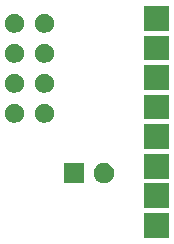
<source format=gts>
G04 #@! TF.GenerationSoftware,KiCad,Pcbnew,(5.1.2)-2*
G04 #@! TF.CreationDate,2019-10-27T10:23:34-10:00*
G04 #@! TF.ProjectId,nrf24,6e726632-342e-46b6-9963-61645f706362,rev?*
G04 #@! TF.SameCoordinates,Original*
G04 #@! TF.FileFunction,Soldermask,Top*
G04 #@! TF.FilePolarity,Negative*
%FSLAX45Y45*%
G04 Gerber Fmt 4.5, Leading zero omitted, Abs format (unit mm)*
G04 Created by KiCad (PCBNEW (5.1.2)-2) date 2019-10-27 10:23:34*
%MOMM*%
%LPD*%
G04 APERTURE LIST*
%ADD10C,0.100000*%
G04 APERTURE END LIST*
D10*
G36*
X13249600Y-8165600D02*
G01*
X13039400Y-8165600D01*
X13039400Y-7955400D01*
X13249600Y-7955400D01*
X13249600Y-8165600D01*
X13249600Y-8165600D01*
G37*
G36*
X13249600Y-7915600D02*
G01*
X13039400Y-7915600D01*
X13039400Y-7705400D01*
X13249600Y-7705400D01*
X13249600Y-7915600D01*
X13249600Y-7915600D01*
G37*
G36*
X12720823Y-7538170D02*
G01*
X12736310Y-7544585D01*
X12750248Y-7553898D01*
X12762101Y-7565752D01*
X12771415Y-7579690D01*
X12777830Y-7595177D01*
X12781100Y-7611618D01*
X12781100Y-7628382D01*
X12777830Y-7644823D01*
X12771415Y-7660310D01*
X12762101Y-7674248D01*
X12750248Y-7686101D01*
X12736310Y-7695415D01*
X12720823Y-7701830D01*
X12704382Y-7705100D01*
X12687618Y-7705100D01*
X12671177Y-7701830D01*
X12655690Y-7695415D01*
X12641752Y-7686101D01*
X12629898Y-7674248D01*
X12620585Y-7660310D01*
X12614170Y-7644823D01*
X12610900Y-7628382D01*
X12610900Y-7611618D01*
X12614170Y-7595177D01*
X12620585Y-7579690D01*
X12629898Y-7565752D01*
X12641752Y-7553898D01*
X12655690Y-7544585D01*
X12671177Y-7538170D01*
X12687618Y-7534900D01*
X12704382Y-7534900D01*
X12720823Y-7538170D01*
X12720823Y-7538170D01*
G37*
G36*
X12531100Y-7705100D02*
G01*
X12360900Y-7705100D01*
X12360900Y-7534900D01*
X12531100Y-7534900D01*
X12531100Y-7705100D01*
X12531100Y-7705100D01*
G37*
G36*
X13249600Y-7665600D02*
G01*
X13039400Y-7665600D01*
X13039400Y-7455400D01*
X13249600Y-7455400D01*
X13249600Y-7665600D01*
X13249600Y-7665600D01*
G37*
G36*
X13249600Y-7415600D02*
G01*
X13039400Y-7415600D01*
X13039400Y-7205400D01*
X13249600Y-7205400D01*
X13249600Y-7415600D01*
X13249600Y-7415600D01*
G37*
G36*
X12215714Y-7033824D02*
G01*
X12230510Y-7039953D01*
X12243825Y-7048850D01*
X12255150Y-7060174D01*
X12264047Y-7073490D01*
X12270176Y-7088286D01*
X12273300Y-7103992D01*
X12273300Y-7120007D01*
X12270176Y-7135714D01*
X12264047Y-7150510D01*
X12255150Y-7163825D01*
X12243825Y-7175150D01*
X12230510Y-7184047D01*
X12215714Y-7190176D01*
X12200007Y-7193300D01*
X12183992Y-7193300D01*
X12168286Y-7190176D01*
X12153490Y-7184047D01*
X12140174Y-7175150D01*
X12128850Y-7163825D01*
X12119953Y-7150510D01*
X12113824Y-7135714D01*
X12110700Y-7120007D01*
X12110700Y-7103992D01*
X12113824Y-7088286D01*
X12119953Y-7073490D01*
X12128850Y-7060174D01*
X12140174Y-7048850D01*
X12153490Y-7039953D01*
X12168286Y-7033824D01*
X12183992Y-7030700D01*
X12200007Y-7030700D01*
X12215714Y-7033824D01*
X12215714Y-7033824D01*
G37*
G36*
X11961714Y-7033824D02*
G01*
X11976510Y-7039953D01*
X11989825Y-7048850D01*
X12001150Y-7060174D01*
X12010047Y-7073490D01*
X12016176Y-7088286D01*
X12019300Y-7103992D01*
X12019300Y-7120007D01*
X12016176Y-7135714D01*
X12010047Y-7150510D01*
X12001150Y-7163825D01*
X11989825Y-7175150D01*
X11976510Y-7184047D01*
X11961714Y-7190176D01*
X11946007Y-7193300D01*
X11929992Y-7193300D01*
X11914286Y-7190176D01*
X11899490Y-7184047D01*
X11886174Y-7175150D01*
X11874850Y-7163825D01*
X11865953Y-7150510D01*
X11859824Y-7135714D01*
X11856700Y-7120007D01*
X11856700Y-7103992D01*
X11859824Y-7088286D01*
X11865953Y-7073490D01*
X11874850Y-7060174D01*
X11886174Y-7048850D01*
X11899490Y-7039953D01*
X11914286Y-7033824D01*
X11929992Y-7030700D01*
X11946007Y-7030700D01*
X11961714Y-7033824D01*
X11961714Y-7033824D01*
G37*
G36*
X13249600Y-7165600D02*
G01*
X13039400Y-7165600D01*
X13039400Y-6955400D01*
X13249600Y-6955400D01*
X13249600Y-7165600D01*
X13249600Y-7165600D01*
G37*
G36*
X11961714Y-6779824D02*
G01*
X11976510Y-6785953D01*
X11989825Y-6794850D01*
X12001150Y-6806174D01*
X12010047Y-6819490D01*
X12016176Y-6834286D01*
X12019300Y-6849992D01*
X12019300Y-6866007D01*
X12016176Y-6881714D01*
X12010047Y-6896510D01*
X12001150Y-6909825D01*
X11989825Y-6921150D01*
X11976510Y-6930047D01*
X11961714Y-6936176D01*
X11946007Y-6939300D01*
X11929992Y-6939300D01*
X11914286Y-6936176D01*
X11899490Y-6930047D01*
X11886174Y-6921150D01*
X11874850Y-6909825D01*
X11865953Y-6896510D01*
X11859824Y-6881714D01*
X11856700Y-6866007D01*
X11856700Y-6849992D01*
X11859824Y-6834286D01*
X11865953Y-6819490D01*
X11874850Y-6806174D01*
X11886174Y-6794850D01*
X11899490Y-6785953D01*
X11914286Y-6779824D01*
X11929992Y-6776700D01*
X11946007Y-6776700D01*
X11961714Y-6779824D01*
X11961714Y-6779824D01*
G37*
G36*
X12215714Y-6779824D02*
G01*
X12230510Y-6785953D01*
X12243825Y-6794850D01*
X12255150Y-6806174D01*
X12264047Y-6819490D01*
X12270176Y-6834286D01*
X12273300Y-6849992D01*
X12273300Y-6866007D01*
X12270176Y-6881714D01*
X12264047Y-6896510D01*
X12255150Y-6909825D01*
X12243825Y-6921150D01*
X12230510Y-6930047D01*
X12215714Y-6936176D01*
X12200007Y-6939300D01*
X12183992Y-6939300D01*
X12168286Y-6936176D01*
X12153490Y-6930047D01*
X12140174Y-6921150D01*
X12128850Y-6909825D01*
X12119953Y-6896510D01*
X12113824Y-6881714D01*
X12110700Y-6866007D01*
X12110700Y-6849992D01*
X12113824Y-6834286D01*
X12119953Y-6819490D01*
X12128850Y-6806174D01*
X12140174Y-6794850D01*
X12153490Y-6785953D01*
X12168286Y-6779824D01*
X12183992Y-6776700D01*
X12200007Y-6776700D01*
X12215714Y-6779824D01*
X12215714Y-6779824D01*
G37*
G36*
X13249600Y-6915600D02*
G01*
X13039400Y-6915600D01*
X13039400Y-6705400D01*
X13249600Y-6705400D01*
X13249600Y-6915600D01*
X13249600Y-6915600D01*
G37*
G36*
X12215714Y-6525824D02*
G01*
X12230510Y-6531953D01*
X12243825Y-6540850D01*
X12255150Y-6552174D01*
X12264047Y-6565490D01*
X12270176Y-6580286D01*
X12273300Y-6595992D01*
X12273300Y-6612007D01*
X12270176Y-6627714D01*
X12264047Y-6642510D01*
X12255150Y-6655825D01*
X12243825Y-6667150D01*
X12230510Y-6676047D01*
X12215714Y-6682176D01*
X12200007Y-6685300D01*
X12183992Y-6685300D01*
X12168286Y-6682176D01*
X12153490Y-6676047D01*
X12140174Y-6667150D01*
X12128850Y-6655825D01*
X12119953Y-6642510D01*
X12113824Y-6627714D01*
X12110700Y-6612007D01*
X12110700Y-6595992D01*
X12113824Y-6580286D01*
X12119953Y-6565490D01*
X12128850Y-6552174D01*
X12140174Y-6540850D01*
X12153490Y-6531953D01*
X12168286Y-6525824D01*
X12183992Y-6522700D01*
X12200007Y-6522700D01*
X12215714Y-6525824D01*
X12215714Y-6525824D01*
G37*
G36*
X11961714Y-6525824D02*
G01*
X11976510Y-6531953D01*
X11989825Y-6540850D01*
X12001150Y-6552174D01*
X12010047Y-6565490D01*
X12016176Y-6580286D01*
X12019300Y-6595992D01*
X12019300Y-6612007D01*
X12016176Y-6627714D01*
X12010047Y-6642510D01*
X12001150Y-6655825D01*
X11989825Y-6667150D01*
X11976510Y-6676047D01*
X11961714Y-6682176D01*
X11946007Y-6685300D01*
X11929992Y-6685300D01*
X11914286Y-6682176D01*
X11899490Y-6676047D01*
X11886174Y-6667150D01*
X11874850Y-6655825D01*
X11865953Y-6642510D01*
X11859824Y-6627714D01*
X11856700Y-6612007D01*
X11856700Y-6595992D01*
X11859824Y-6580286D01*
X11865953Y-6565490D01*
X11874850Y-6552174D01*
X11886174Y-6540850D01*
X11899490Y-6531953D01*
X11914286Y-6525824D01*
X11929992Y-6522700D01*
X11946007Y-6522700D01*
X11961714Y-6525824D01*
X11961714Y-6525824D01*
G37*
G36*
X13249600Y-6665600D02*
G01*
X13039400Y-6665600D01*
X13039400Y-6455400D01*
X13249600Y-6455400D01*
X13249600Y-6665600D01*
X13249600Y-6665600D01*
G37*
G36*
X11961714Y-6271824D02*
G01*
X11976510Y-6277953D01*
X11989825Y-6286850D01*
X12001150Y-6298174D01*
X12010047Y-6311490D01*
X12016176Y-6326286D01*
X12019300Y-6341992D01*
X12019300Y-6358007D01*
X12016176Y-6373714D01*
X12010047Y-6388510D01*
X12001150Y-6401825D01*
X11989825Y-6413150D01*
X11976510Y-6422047D01*
X11961714Y-6428176D01*
X11946007Y-6431300D01*
X11929992Y-6431300D01*
X11914286Y-6428176D01*
X11899490Y-6422047D01*
X11886174Y-6413150D01*
X11874850Y-6401825D01*
X11865953Y-6388510D01*
X11859824Y-6373714D01*
X11856700Y-6358007D01*
X11856700Y-6341992D01*
X11859824Y-6326286D01*
X11865953Y-6311490D01*
X11874850Y-6298174D01*
X11886174Y-6286850D01*
X11899490Y-6277953D01*
X11914286Y-6271824D01*
X11929992Y-6268700D01*
X11946007Y-6268700D01*
X11961714Y-6271824D01*
X11961714Y-6271824D01*
G37*
G36*
X12215714Y-6271824D02*
G01*
X12230510Y-6277953D01*
X12243825Y-6286850D01*
X12255150Y-6298174D01*
X12264047Y-6311490D01*
X12270176Y-6326286D01*
X12273300Y-6341992D01*
X12273300Y-6358007D01*
X12270176Y-6373714D01*
X12264047Y-6388510D01*
X12255150Y-6401825D01*
X12243825Y-6413150D01*
X12230510Y-6422047D01*
X12215714Y-6428176D01*
X12200007Y-6431300D01*
X12183992Y-6431300D01*
X12168286Y-6428176D01*
X12153490Y-6422047D01*
X12140174Y-6413150D01*
X12128850Y-6401825D01*
X12119953Y-6388510D01*
X12113824Y-6373714D01*
X12110700Y-6358007D01*
X12110700Y-6341992D01*
X12113824Y-6326286D01*
X12119953Y-6311490D01*
X12128850Y-6298174D01*
X12140174Y-6286850D01*
X12153490Y-6277953D01*
X12168286Y-6271824D01*
X12183992Y-6268700D01*
X12200007Y-6268700D01*
X12215714Y-6271824D01*
X12215714Y-6271824D01*
G37*
G36*
X13249600Y-6415600D02*
G01*
X13039400Y-6415600D01*
X13039400Y-6205400D01*
X13249600Y-6205400D01*
X13249600Y-6415600D01*
X13249600Y-6415600D01*
G37*
M02*

</source>
